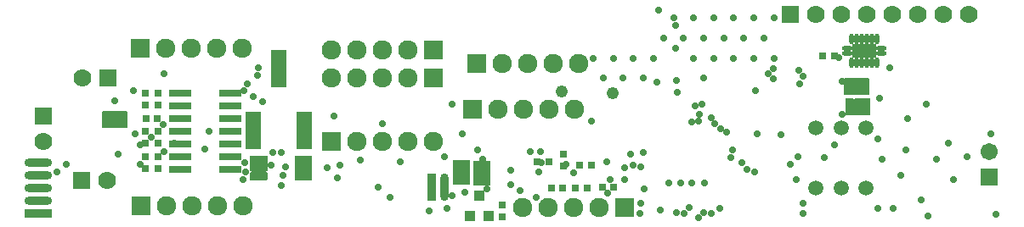
<source format=gbs>
G04*
G04 #@! TF.GenerationSoftware,Altium Limited,Altium Designer,19.1.5 (86)*
G04*
G04 Layer_Color=16711935*
%FSLAX25Y25*%
%MOIN*%
G70*
G01*
G75*
%ADD32O,0.04000X0.02000*%
%ADD33O,0.02000X0.04000*%
%ADD53R,0.02965X0.02965*%
%ADD71R,0.02965X0.02965*%
%ADD77R,0.03950X0.04343*%
%ADD82C,0.07001*%
%ADD83R,0.07001X0.07001*%
%ADD84R,0.07591X0.07591*%
%ADD85C,0.07591*%
%ADD86C,0.06706*%
%ADD87R,0.06706X0.06706*%
%ADD88C,0.05918*%
%ADD89R,0.07001X0.07001*%
%ADD90C,0.02800*%
%ADD91C,0.04800*%
%ADD114O,0.01981X0.04147*%
%ADD115O,0.04147X0.01981*%
%ADD116R,0.09265X0.05328*%
%ADD117R,0.10800X0.03300*%
%ADD118O,0.10800X0.03300*%
%ADD119R,0.08600X0.03000*%
%ADD120R,0.05958X0.14776*%
%ADD121R,0.03300X0.10800*%
%ADD122O,0.03300X0.10800*%
G36*
X438552Y165397D02*
X438604Y165387D01*
X438653Y165370D01*
X438700Y165347D01*
X438744Y165318D01*
X438783Y165283D01*
X438818Y165244D01*
X438847Y165200D01*
X438870Y165153D01*
X438887Y165104D01*
X438897Y165052D01*
X438901Y165000D01*
Y159000D01*
X438897Y158948D01*
X438887Y158896D01*
X438870Y158847D01*
X438847Y158800D01*
X438818Y158756D01*
X438783Y158717D01*
X438744Y158682D01*
X438700Y158653D01*
X438653Y158630D01*
X438604Y158613D01*
X438552Y158603D01*
X438500Y158599D01*
X436000D01*
X435948Y158603D01*
X435896Y158613D01*
X435847Y158630D01*
X435800Y158653D01*
X435756Y158682D01*
X435717Y158717D01*
X435399Y159035D01*
X435401Y159000D01*
X435397Y158948D01*
X435387Y158896D01*
X435370Y158847D01*
X435347Y158800D01*
X435318Y158756D01*
X435283Y158717D01*
X435244Y158682D01*
X435200Y158653D01*
X435153Y158630D01*
X435104Y158613D01*
X435052Y158603D01*
X435000Y158599D01*
X429500D01*
X429448Y158603D01*
X429396Y158613D01*
X429347Y158630D01*
X429300Y158653D01*
X429256Y158682D01*
X429217Y158717D01*
X429182Y158756D01*
X429153Y158800D01*
X429130Y158847D01*
X429113Y158896D01*
X429103Y158948D01*
X429099Y159000D01*
Y165000D01*
X429103Y165052D01*
X429113Y165104D01*
X429130Y165153D01*
X429153Y165200D01*
X429182Y165244D01*
X429217Y165283D01*
X429256Y165318D01*
X429300Y165347D01*
X429347Y165370D01*
X429396Y165387D01*
X429448Y165397D01*
X429500Y165401D01*
X435000D01*
X435052Y165397D01*
X435104Y165387D01*
X435153Y165370D01*
X435200Y165347D01*
X435244Y165318D01*
X435283Y165283D01*
X435318Y165244D01*
X435347Y165200D01*
X435370Y165153D01*
X435387Y165104D01*
X435397Y165052D01*
X435401Y165000D01*
X435399Y164965D01*
X435717Y165283D01*
X435756Y165318D01*
X435800Y165347D01*
X435847Y165370D01*
X435896Y165387D01*
X435948Y165397D01*
X436000Y165401D01*
X438500D01*
X438552Y165397D01*
D02*
G37*
G36*
X439052Y157397D02*
X439104Y157387D01*
X439153Y157370D01*
X439200Y157347D01*
X439244Y157318D01*
X439283Y157283D01*
X439318Y157244D01*
X439347Y157200D01*
X439370Y157153D01*
X439387Y157104D01*
X439397Y157052D01*
X439401Y157000D01*
Y151000D01*
X439397Y150948D01*
X439387Y150896D01*
X439370Y150847D01*
X439347Y150800D01*
X439318Y150756D01*
X439283Y150717D01*
X439244Y150682D01*
X439200Y150653D01*
X439153Y150630D01*
X439104Y150613D01*
X439052Y150603D01*
X439000Y150599D01*
X433500D01*
X433448Y150603D01*
X433396Y150613D01*
X433347Y150630D01*
X433300Y150653D01*
X433256Y150682D01*
X433217Y150717D01*
X433182Y150756D01*
X433153Y150800D01*
X433130Y150847D01*
X433113Y150896D01*
X433103Y150948D01*
X433099Y151000D01*
X433101Y151034D01*
X432783Y150717D01*
X432744Y150682D01*
X432700Y150653D01*
X432653Y150630D01*
X432604Y150613D01*
X432552Y150603D01*
X432500Y150599D01*
X430000D01*
X429948Y150603D01*
X429896Y150613D01*
X429847Y150630D01*
X429800Y150653D01*
X429756Y150682D01*
X429717Y150717D01*
X429682Y150756D01*
X429653Y150800D01*
X429630Y150847D01*
X429613Y150896D01*
X429603Y150948D01*
X429599Y151000D01*
Y157000D01*
X429603Y157052D01*
X429613Y157104D01*
X429630Y157153D01*
X429653Y157200D01*
X429682Y157244D01*
X429717Y157283D01*
X429756Y157318D01*
X429800Y157347D01*
X429847Y157370D01*
X429896Y157387D01*
X429948Y157397D01*
X430000Y157401D01*
X432500D01*
X432552Y157397D01*
X432604Y157387D01*
X432653Y157370D01*
X432700Y157347D01*
X432744Y157318D01*
X432783Y157283D01*
X433101Y156965D01*
X433099Y157000D01*
X433103Y157052D01*
X433113Y157104D01*
X433130Y157153D01*
X433153Y157200D01*
X433182Y157244D01*
X433217Y157283D01*
X433256Y157318D01*
X433300Y157347D01*
X433347Y157370D01*
X433396Y157387D01*
X433448Y157397D01*
X433500Y157401D01*
X439000D01*
X439052Y157397D01*
D02*
G37*
G36*
X147552Y152397D02*
X147604Y152387D01*
X147653Y152370D01*
X147700Y152347D01*
X147744Y152318D01*
X147783Y152283D01*
X147818Y152244D01*
X147847Y152200D01*
X147870Y152153D01*
X147887Y152104D01*
X147897Y152052D01*
X147901Y152000D01*
Y146000D01*
X147897Y145948D01*
X147887Y145896D01*
X147870Y145847D01*
X147847Y145800D01*
X147818Y145756D01*
X147783Y145717D01*
X147744Y145682D01*
X147700Y145653D01*
X147653Y145630D01*
X147604Y145613D01*
X147552Y145603D01*
X147500Y145599D01*
X142000D01*
X141948Y145603D01*
X141896Y145613D01*
X141847Y145630D01*
X141800Y145653D01*
X141756Y145682D01*
X141717Y145717D01*
X141682Y145756D01*
X141653Y145800D01*
X141630Y145847D01*
X141613Y145896D01*
X141603Y145948D01*
X141599Y146000D01*
X141601Y146035D01*
X141283Y145717D01*
X141244Y145682D01*
X141200Y145653D01*
X141153Y145630D01*
X141104Y145613D01*
X141052Y145603D01*
X141000Y145599D01*
X138500D01*
X138448Y145603D01*
X138396Y145613D01*
X138347Y145630D01*
X138300Y145653D01*
X138256Y145682D01*
X138217Y145717D01*
X138182Y145756D01*
X138153Y145800D01*
X138130Y145847D01*
X138113Y145896D01*
X138103Y145948D01*
X138099Y146000D01*
Y152000D01*
X138103Y152052D01*
X138113Y152104D01*
X138130Y152153D01*
X138153Y152200D01*
X138182Y152244D01*
X138217Y152283D01*
X138256Y152318D01*
X138300Y152347D01*
X138347Y152370D01*
X138396Y152387D01*
X138448Y152397D01*
X138500Y152401D01*
X141000D01*
X141052Y152397D01*
X141104Y152387D01*
X141153Y152370D01*
X141200Y152347D01*
X141244Y152318D01*
X141283Y152283D01*
X141601Y151965D01*
X141599Y152000D01*
X141603Y152052D01*
X141613Y152104D01*
X141630Y152153D01*
X141653Y152200D01*
X141682Y152244D01*
X141717Y152283D01*
X141756Y152318D01*
X141800Y152347D01*
X141847Y152370D01*
X141896Y152387D01*
X141948Y152397D01*
X142000Y152401D01*
X147500D01*
X147552Y152397D01*
D02*
G37*
G36*
X220052Y134897D02*
X220104Y134887D01*
X220153Y134870D01*
X220200Y134847D01*
X220244Y134818D01*
X220283Y134783D01*
X220318Y134744D01*
X220347Y134700D01*
X220370Y134653D01*
X220387Y134604D01*
X220397Y134552D01*
X220401Y134500D01*
Y132000D01*
X220397Y131948D01*
X220387Y131896D01*
X220370Y131847D01*
X220347Y131800D01*
X220318Y131756D01*
X220283Y131717D01*
X219966Y131399D01*
X220000Y131401D01*
X220052Y131397D01*
X220104Y131387D01*
X220153Y131370D01*
X220200Y131347D01*
X220244Y131318D01*
X220283Y131283D01*
X220318Y131244D01*
X220347Y131200D01*
X220370Y131153D01*
X220387Y131104D01*
X220397Y131052D01*
X220401Y131000D01*
Y125500D01*
X220397Y125448D01*
X220387Y125396D01*
X220370Y125347D01*
X220347Y125300D01*
X220318Y125256D01*
X220283Y125217D01*
X220244Y125182D01*
X220200Y125153D01*
X220153Y125130D01*
X220104Y125113D01*
X220052Y125103D01*
X220000Y125099D01*
X214000D01*
X213948Y125103D01*
X213896Y125113D01*
X213847Y125130D01*
X213800Y125153D01*
X213756Y125182D01*
X213717Y125217D01*
X213682Y125256D01*
X213653Y125300D01*
X213630Y125347D01*
X213613Y125396D01*
X213603Y125448D01*
X213599Y125500D01*
Y131000D01*
X213603Y131052D01*
X213613Y131104D01*
X213630Y131153D01*
X213653Y131200D01*
X213682Y131244D01*
X213717Y131283D01*
X213756Y131318D01*
X213800Y131347D01*
X213847Y131370D01*
X213896Y131387D01*
X213948Y131397D01*
X214000Y131401D01*
X214035Y131399D01*
X213717Y131717D01*
X213682Y131756D01*
X213653Y131800D01*
X213630Y131847D01*
X213613Y131896D01*
X213603Y131948D01*
X213599Y132000D01*
Y134500D01*
X213603Y134552D01*
X213613Y134604D01*
X213630Y134653D01*
X213653Y134700D01*
X213682Y134744D01*
X213717Y134783D01*
X213756Y134818D01*
X213800Y134847D01*
X213847Y134870D01*
X213896Y134887D01*
X213948Y134897D01*
X214000Y134901D01*
X220000D01*
X220052Y134897D01*
D02*
G37*
G36*
X282052Y133147D02*
X282104Y133137D01*
X282153Y133120D01*
X282200Y133097D01*
X282244Y133068D01*
X282283Y133033D01*
X282318Y132994D01*
X282347Y132950D01*
X282370Y132903D01*
X282387Y132854D01*
X282397Y132802D01*
X282401Y132750D01*
Y130250D01*
X282397Y130198D01*
X282387Y130146D01*
X282370Y130097D01*
X282347Y130050D01*
X282318Y130006D01*
X282283Y129967D01*
X281965Y129649D01*
X282000Y129651D01*
X282052Y129647D01*
X282104Y129637D01*
X282153Y129620D01*
X282200Y129597D01*
X282244Y129568D01*
X282283Y129533D01*
X282318Y129494D01*
X282347Y129450D01*
X282370Y129403D01*
X282387Y129354D01*
X282397Y129302D01*
X282401Y129250D01*
Y123750D01*
X282397Y123698D01*
X282387Y123646D01*
X282370Y123597D01*
X282347Y123550D01*
X282318Y123506D01*
X282283Y123467D01*
X282244Y123432D01*
X282200Y123403D01*
X282153Y123380D01*
X282104Y123363D01*
X282052Y123353D01*
X282000Y123349D01*
X276000D01*
X275948Y123353D01*
X275896Y123363D01*
X275847Y123380D01*
X275800Y123403D01*
X275756Y123432D01*
X275717Y123467D01*
X275682Y123506D01*
X275653Y123550D01*
X275630Y123597D01*
X275613Y123646D01*
X275603Y123698D01*
X275599Y123750D01*
Y129250D01*
X275603Y129302D01*
X275613Y129354D01*
X275630Y129403D01*
X275653Y129450D01*
X275682Y129494D01*
X275717Y129533D01*
X275756Y129568D01*
X275800Y129597D01*
X275847Y129620D01*
X275896Y129637D01*
X275948Y129647D01*
X276000Y129651D01*
X276034Y129649D01*
X275717Y129967D01*
X275682Y130006D01*
X275653Y130050D01*
X275630Y130097D01*
X275613Y130146D01*
X275603Y130198D01*
X275599Y130250D01*
Y132750D01*
X275603Y132802D01*
X275613Y132854D01*
X275630Y132903D01*
X275653Y132950D01*
X275682Y132994D01*
X275717Y133033D01*
X275756Y133068D01*
X275800Y133097D01*
X275847Y133120D01*
X275896Y133137D01*
X275948Y133147D01*
X276000Y133151D01*
X282000D01*
X282052Y133147D01*
D02*
G37*
G36*
X290052Y132897D02*
X290104Y132887D01*
X290153Y132870D01*
X290200Y132847D01*
X290244Y132818D01*
X290283Y132783D01*
X290318Y132744D01*
X290347Y132700D01*
X290370Y132653D01*
X290387Y132604D01*
X290397Y132552D01*
X290401Y132500D01*
Y130000D01*
X290397Y129948D01*
X290387Y129896D01*
X290370Y129847D01*
X290347Y129800D01*
X290318Y129756D01*
X290283Y129717D01*
X289966Y129399D01*
X290000Y129401D01*
X290052Y129397D01*
X290104Y129387D01*
X290153Y129370D01*
X290200Y129347D01*
X290244Y129318D01*
X290283Y129283D01*
X290318Y129244D01*
X290347Y129200D01*
X290370Y129153D01*
X290387Y129104D01*
X290397Y129052D01*
X290401Y129000D01*
Y123500D01*
X290397Y123448D01*
X290387Y123396D01*
X290370Y123347D01*
X290347Y123300D01*
X290318Y123256D01*
X290283Y123217D01*
X290244Y123182D01*
X290200Y123153D01*
X290153Y123130D01*
X290104Y123113D01*
X290052Y123103D01*
X290000Y123099D01*
X284000D01*
X283948Y123103D01*
X283896Y123113D01*
X283847Y123130D01*
X283800Y123153D01*
X283756Y123182D01*
X283717Y123217D01*
X283682Y123256D01*
X283653Y123300D01*
X283630Y123347D01*
X283613Y123396D01*
X283603Y123448D01*
X283599Y123500D01*
Y129000D01*
X283603Y129052D01*
X283613Y129104D01*
X283630Y129153D01*
X283653Y129200D01*
X283682Y129244D01*
X283717Y129283D01*
X283756Y129318D01*
X283800Y129347D01*
X283847Y129370D01*
X283896Y129387D01*
X283948Y129397D01*
X284000Y129401D01*
X284034Y129399D01*
X283717Y129717D01*
X283682Y129756D01*
X283653Y129800D01*
X283630Y129847D01*
X283613Y129896D01*
X283603Y129948D01*
X283599Y130000D01*
Y132500D01*
X283603Y132552D01*
X283613Y132604D01*
X283630Y132653D01*
X283653Y132700D01*
X283682Y132744D01*
X283717Y132783D01*
X283756Y132818D01*
X283800Y132847D01*
X283847Y132870D01*
X283896Y132887D01*
X283948Y132897D01*
X284000Y132901D01*
X290000D01*
X290052Y132897D01*
D02*
G37*
G36*
X202552Y134897D02*
X202604Y134887D01*
X202653Y134870D01*
X202700Y134847D01*
X202744Y134818D01*
X202783Y134783D01*
X202818Y134744D01*
X202847Y134700D01*
X202870Y134653D01*
X202887Y134604D01*
X202897Y134552D01*
X202901Y134500D01*
Y129000D01*
X202897Y128948D01*
X202887Y128896D01*
X202870Y128847D01*
X202847Y128800D01*
X202818Y128756D01*
X202783Y128717D01*
X202744Y128682D01*
X202700Y128653D01*
X202653Y128630D01*
X202604Y128613D01*
X202552Y128603D01*
X202500Y128599D01*
X202466Y128601D01*
X202783Y128283D01*
X202818Y128244D01*
X202847Y128200D01*
X202870Y128153D01*
X202887Y128104D01*
X202897Y128052D01*
X202901Y128000D01*
Y125500D01*
X202897Y125448D01*
X202887Y125396D01*
X202870Y125347D01*
X202847Y125300D01*
X202818Y125256D01*
X202783Y125217D01*
X202744Y125182D01*
X202700Y125153D01*
X202653Y125130D01*
X202604Y125113D01*
X202552Y125103D01*
X202500Y125099D01*
X196500D01*
X196448Y125103D01*
X196396Y125113D01*
X196347Y125130D01*
X196300Y125153D01*
X196256Y125182D01*
X196217Y125217D01*
X196182Y125256D01*
X196153Y125300D01*
X196130Y125347D01*
X196113Y125396D01*
X196103Y125448D01*
X196099Y125500D01*
Y128000D01*
X196103Y128052D01*
X196113Y128104D01*
X196130Y128153D01*
X196153Y128200D01*
X196182Y128244D01*
X196217Y128283D01*
X196535Y128601D01*
X196500Y128599D01*
X196448Y128603D01*
X196396Y128613D01*
X196347Y128630D01*
X196300Y128653D01*
X196256Y128682D01*
X196217Y128717D01*
X196182Y128756D01*
X196153Y128800D01*
X196130Y128847D01*
X196113Y128896D01*
X196103Y128948D01*
X196099Y129000D01*
Y134500D01*
X196103Y134552D01*
X196113Y134604D01*
X196130Y134653D01*
X196153Y134700D01*
X196182Y134744D01*
X196217Y134783D01*
X196256Y134818D01*
X196300Y134847D01*
X196347Y134870D01*
X196396Y134887D01*
X196448Y134897D01*
X196500Y134901D01*
X202500D01*
X202552Y134897D01*
D02*
G37*
%LPC*%
G36*
X432601Y162034D02*
X432567Y162000D01*
X432601Y161966D01*
X432599Y162000D01*
X432601Y162034D01*
D02*
G37*
G36*
X435899Y154034D02*
X435901Y154000D01*
X435899Y153965D01*
X435933Y154000D01*
X435899Y154034D01*
D02*
G37*
G36*
X144399Y149035D02*
X144401Y149000D01*
X144399Y148966D01*
X144433Y149000D01*
X144399Y149035D01*
D02*
G37*
G36*
X217035Y128601D02*
X217000Y128599D01*
X216966Y128601D01*
X217000Y128567D01*
X217035Y128601D01*
D02*
G37*
G36*
X279034Y126851D02*
X279000Y126849D01*
X278965Y126851D01*
X279000Y126817D01*
X279034Y126851D01*
D02*
G37*
G36*
X287035Y126601D02*
X287000Y126599D01*
X286965Y126601D01*
X287000Y126567D01*
X287035Y126601D01*
D02*
G37*
G36*
X199500Y131433D02*
X199466Y131399D01*
X199500Y131401D01*
X199534Y131399D01*
X199500Y131433D01*
D02*
G37*
%LPD*%
D32*
Y126750D02*
D03*
Y133250D02*
D03*
X217000D02*
D03*
Y126750D02*
D03*
X287000Y131250D02*
D03*
Y124750D02*
D03*
X279000Y131500D02*
D03*
Y125000D02*
D03*
D33*
X437250Y162000D02*
D03*
X430750D02*
D03*
X431250Y154000D02*
D03*
X437750D02*
D03*
X139750Y149000D02*
D03*
X146250D02*
D03*
D53*
X319000Y135300D02*
D03*
Y130700D02*
D03*
X295000Y115300D02*
D03*
Y110700D02*
D03*
X155000Y139700D02*
D03*
Y144300D02*
D03*
Y134300D02*
D03*
Y129700D02*
D03*
X160000D02*
D03*
Y134300D02*
D03*
Y144300D02*
D03*
Y139700D02*
D03*
X155000Y154700D02*
D03*
Y159300D02*
D03*
X160000D02*
D03*
Y154700D02*
D03*
D71*
X420700Y174000D02*
D03*
X425300D02*
D03*
X308700Y132500D02*
D03*
X313300D02*
D03*
X325500Y131000D02*
D03*
X330100D02*
D03*
X338800Y122500D02*
D03*
X334200D02*
D03*
X328300Y122000D02*
D03*
X323700D02*
D03*
X318800D02*
D03*
X314200D02*
D03*
X159800Y149500D02*
D03*
X155200D02*
D03*
D77*
X286000Y118937D02*
D03*
X282260Y111063D02*
D03*
X289740D02*
D03*
D82*
X478000Y190500D02*
D03*
X468000D02*
D03*
X458000D02*
D03*
X448000D02*
D03*
X438000D02*
D03*
X428000D02*
D03*
X418000D02*
D03*
X140000Y125000D02*
D03*
X115000Y140500D02*
D03*
X130500Y165500D02*
D03*
D83*
X408000Y190500D02*
D03*
X130000Y125000D02*
D03*
X140500Y165500D02*
D03*
D84*
X283500Y153000D02*
D03*
X285000Y171000D02*
D03*
X268000Y176500D02*
D03*
Y165500D02*
D03*
X343000Y114500D02*
D03*
X153000Y177000D02*
D03*
X228000Y140500D02*
D03*
X153500Y115000D02*
D03*
D85*
X293500Y153000D02*
D03*
X303500D02*
D03*
X313500D02*
D03*
X323500D02*
D03*
X295000Y171000D02*
D03*
X305000D02*
D03*
X315000D02*
D03*
X325000D02*
D03*
X258000Y176500D02*
D03*
X248000D02*
D03*
X238000D02*
D03*
X228000D02*
D03*
X258000Y165500D02*
D03*
X248000D02*
D03*
X238000D02*
D03*
X228000D02*
D03*
X333000Y114500D02*
D03*
X323000D02*
D03*
X313000D02*
D03*
X303000D02*
D03*
X163000Y177000D02*
D03*
X173000D02*
D03*
X183000D02*
D03*
X193000D02*
D03*
X238000Y140500D02*
D03*
X248000D02*
D03*
X258000D02*
D03*
X268000D02*
D03*
X163500Y115000D02*
D03*
X173500D02*
D03*
X183500D02*
D03*
X193500D02*
D03*
D86*
X486000Y136500D02*
D03*
D87*
Y126500D02*
D03*
D88*
X437843Y145622D02*
D03*
X428000D02*
D03*
X418157D02*
D03*
Y122000D02*
D03*
X428000D02*
D03*
X437843D02*
D03*
D89*
X115000Y150500D02*
D03*
D90*
X366500Y112000D02*
D03*
X372000Y110500D02*
D03*
X374000Y112500D02*
D03*
X377000Y112000D02*
D03*
X363500Y112500D02*
D03*
X368500Y114300D02*
D03*
X380500Y114000D02*
D03*
X226500Y130000D02*
D03*
X355853Y163925D02*
D03*
X363720Y159822D02*
D03*
X363311Y164303D02*
D03*
X363080Y177232D02*
D03*
X363034Y186232D02*
D03*
X356422Y192065D02*
D03*
X401575Y188977D02*
D03*
Y173228D02*
D03*
X393701Y188977D02*
D03*
X397638Y181103D02*
D03*
X393701Y173228D02*
D03*
X385827Y188977D02*
D03*
X389764Y181103D02*
D03*
X385827Y173228D02*
D03*
X377953Y188977D02*
D03*
X381890Y181103D02*
D03*
X377953Y173228D02*
D03*
X370079Y188977D02*
D03*
X374016Y181103D02*
D03*
X370079Y173228D02*
D03*
X374016Y165354D02*
D03*
X362205Y188977D02*
D03*
X366142Y181103D02*
D03*
X358268D02*
D03*
X354331Y173228D02*
D03*
X346457D02*
D03*
X350394Y165354D02*
D03*
X338583Y173228D02*
D03*
X342520Y165354D02*
D03*
X330709Y173228D02*
D03*
X334646Y165354D02*
D03*
X413000Y112000D02*
D03*
X394500Y160500D02*
D03*
X348869Y112000D02*
D03*
X349500Y116000D02*
D03*
X350727Y121767D02*
D03*
X275500Y155000D02*
D03*
X229000Y150500D02*
D03*
X410500Y125500D02*
D03*
X488800Y111700D02*
D03*
X454000Y149500D02*
D03*
X470000Y139740D02*
D03*
X486665Y143500D02*
D03*
X477500Y134500D02*
D03*
X472000Y125500D02*
D03*
X462000Y111000D02*
D03*
X404500Y143000D02*
D03*
X395000Y143500D02*
D03*
X343000Y125400D02*
D03*
Y130000D02*
D03*
X336000Y132500D02*
D03*
X330000Y148500D02*
D03*
X346500Y131000D02*
D03*
X360500Y124000D02*
D03*
X365000D02*
D03*
X369500D02*
D03*
X374500D02*
D03*
X308500Y118500D02*
D03*
X336500Y120000D02*
D03*
X337500Y125500D02*
D03*
X350500Y136000D02*
D03*
X345400Y135266D02*
D03*
X349500Y130500D02*
D03*
X280500Y120394D02*
D03*
X273500Y114000D02*
D03*
X266500Y113000D02*
D03*
X251000Y118500D02*
D03*
X230500Y126000D02*
D03*
X194000Y132000D02*
D03*
X193500Y125500D02*
D03*
X178500Y137500D02*
D03*
X179984Y144516D02*
D03*
X166300Y139700D02*
D03*
X357000Y113500D02*
D03*
X428500Y164000D02*
D03*
X199000Y166500D02*
D03*
X201000Y156000D02*
D03*
X411582Y163000D02*
D03*
X413000Y166000D02*
D03*
X302000Y121000D02*
D03*
X320000Y131417D02*
D03*
X310500Y132000D02*
D03*
X309500Y128500D02*
D03*
X323000Y128000D02*
D03*
X285500Y137000D02*
D03*
X298500Y129000D02*
D03*
Y123500D02*
D03*
X306000Y136500D02*
D03*
X310000D02*
D03*
X444000Y133500D02*
D03*
X442500Y114000D02*
D03*
X401500Y165000D02*
D03*
Y169000D02*
D03*
X399500Y167000D02*
D03*
X370718Y154282D02*
D03*
X372500Y151000D02*
D03*
X372100Y148400D02*
D03*
X369500Y148000D02*
D03*
X373500Y155000D02*
D03*
X378503Y147316D02*
D03*
X377100Y149777D02*
D03*
X427000Y173500D02*
D03*
X411500Y168500D02*
D03*
X447000Y169500D02*
D03*
X425500Y139000D02*
D03*
X421500Y134000D02*
D03*
X408000Y131500D02*
D03*
X411000Y134500D02*
D03*
X453500Y137000D02*
D03*
X442500Y141500D02*
D03*
X448500Y114000D02*
D03*
X413000Y116000D02*
D03*
X287500Y133500D02*
D03*
X391000Y129500D02*
D03*
X394000Y128500D02*
D03*
X248000Y147500D02*
D03*
X279500Y143500D02*
D03*
X380600Y145277D02*
D03*
X383000Y144000D02*
D03*
X384742Y134242D02*
D03*
X389000Y132000D02*
D03*
X385500Y137000D02*
D03*
X272500Y134500D02*
D03*
X289000Y121900D02*
D03*
X275500Y119000D02*
D03*
X153000Y131500D02*
D03*
Y139000D02*
D03*
X162500Y136500D02*
D03*
X204500Y131000D02*
D03*
X246500Y122500D02*
D03*
X197500Y158000D02*
D03*
X193700Y160500D02*
D03*
X195000Y163000D02*
D03*
X465500Y133500D02*
D03*
X459500Y117500D02*
D03*
X208500Y123000D02*
D03*
X209000Y127000D02*
D03*
X157500Y142000D02*
D03*
X162000Y147000D02*
D03*
X210000Y130500D02*
D03*
X428500Y151000D02*
D03*
X231500Y131000D02*
D03*
X443000Y157500D02*
D03*
X461500Y155000D02*
D03*
X451500Y127000D02*
D03*
X151000Y143500D02*
D03*
X194500Y128500D02*
D03*
X208500Y136000D02*
D03*
X205000D02*
D03*
X239500Y133000D02*
D03*
X150500Y160500D02*
D03*
X199500Y169500D02*
D03*
X162500Y167000D02*
D03*
X255000Y132500D02*
D03*
X124000Y131500D02*
D03*
X120500Y128500D02*
D03*
X143000Y156500D02*
D03*
X144500Y135500D02*
D03*
D91*
X338500Y159500D02*
D03*
X318500Y160000D02*
D03*
D114*
X432079Y180724D02*
D03*
X434047D02*
D03*
X436016D02*
D03*
X437984D02*
D03*
X439953D02*
D03*
X441921D02*
D03*
Y171276D02*
D03*
X439953D02*
D03*
X437984D02*
D03*
X436016D02*
D03*
X434047D02*
D03*
X432079D02*
D03*
D115*
X443693Y176984D02*
D03*
Y175016D02*
D03*
X430307D02*
D03*
Y176984D02*
D03*
D116*
X437000Y176000D02*
D03*
D117*
X113000Y112000D02*
D03*
D118*
Y117000D02*
D03*
Y122000D02*
D03*
Y127000D02*
D03*
Y132000D02*
D03*
D119*
X168800Y129500D02*
D03*
Y134500D02*
D03*
Y139500D02*
D03*
Y144500D02*
D03*
Y149500D02*
D03*
Y154500D02*
D03*
Y159500D02*
D03*
X188200D02*
D03*
Y154500D02*
D03*
Y149500D02*
D03*
Y144500D02*
D03*
Y139500D02*
D03*
Y134500D02*
D03*
Y129500D02*
D03*
D120*
X197500Y144894D02*
D03*
X207500Y169106D02*
D03*
X217500Y144894D02*
D03*
D121*
X267500Y122500D02*
D03*
D122*
X272500D02*
D03*
M02*

</source>
